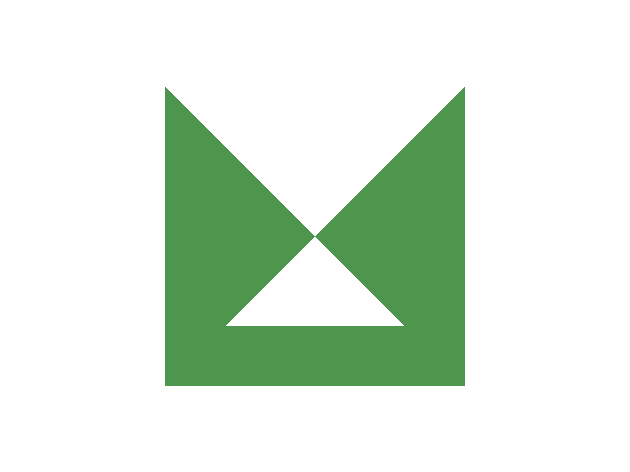
<source format=gbr>
%FSLAX33Y33*%
%MOIN*%
%ADD10R,1.0X0.5*%
D10*
G36*
X0Y0D02*
G01X1000D01*
G01X1000Y1000D01*
G01X200Y200D01*
G01X800D01*
G01X0Y1000D01*
G01X0Y0D01*
G37*
M02*


</source>
